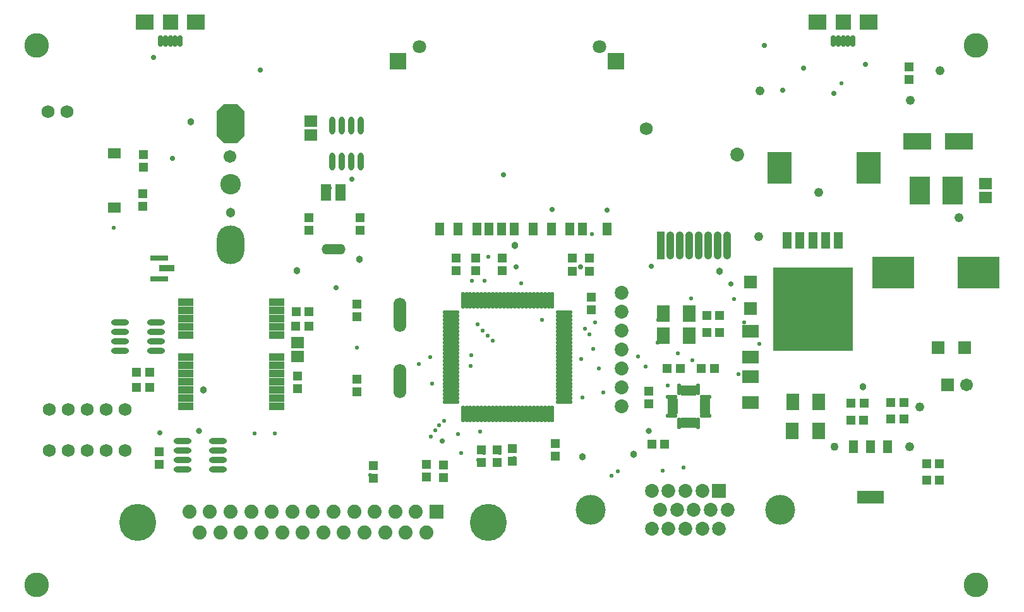
<source format=gts>
G04 Layer_Color=8388736*
%FSLAX25Y25*%
%MOIN*%
G70*
G01*
G75*
%ADD100R,0.09461X0.03162*%
%ADD101R,0.07887X0.03556*%
%ADD102C,0.06800*%
%ADD103R,0.04200X0.14800*%
%ADD104O,0.04200X0.14800*%
%ADD105C,0.07300*%
%ADD106O,0.01981X0.09068*%
%ADD107O,0.09068X0.01981*%
%ADD108R,0.06800X0.06800*%
%ADD109R,0.06800X0.06800*%
%ADD110R,0.10642X0.14973*%
G04:AMPARAMS|DCode=111|XSize=21mil|YSize=58mil|CornerRadius=0mil|HoleSize=0mil|Usage=FLASHONLY|Rotation=270.000|XOffset=0mil|YOffset=0mil|HoleType=Round|Shape=Octagon|*
%AMOCTAGOND111*
4,1,8,0.02900,0.00525,0.02900,-0.00525,0.02375,-0.01050,-0.02375,-0.01050,-0.02900,-0.00525,-0.02900,0.00525,-0.02375,0.01050,0.02375,0.01050,0.02900,0.00525,0.0*
%
%ADD111OCTAGOND111*%

%ADD112R,0.05800X0.02139*%
G04:AMPARAMS|DCode=113|XSize=21.39mil|YSize=58mil|CornerRadius=0mil|HoleSize=0mil|Usage=FLASHONLY|Rotation=270.000|XOffset=0mil|YOffset=0mil|HoleType=Round|Shape=Octagon|*
%AMOCTAGOND113*
4,1,8,0.02900,0.00535,0.02900,-0.00535,0.02365,-0.01069,-0.02365,-0.01069,-0.02900,-0.00535,-0.02900,0.00535,-0.02365,0.01069,0.02365,0.01069,0.02900,0.00535,0.0*
%
%ADD113OCTAGOND113*%

G04:AMPARAMS|DCode=114|XSize=21.39mil|YSize=58mil|CornerRadius=0mil|HoleSize=0mil|Usage=FLASHONLY|Rotation=0.000|XOffset=0mil|YOffset=0mil|HoleType=Round|Shape=Octagon|*
%AMOCTAGOND114*
4,1,8,-0.00535,0.02900,0.00535,0.02900,0.01069,0.02365,0.01069,-0.02365,0.00535,-0.02900,-0.00535,-0.02900,-0.01069,-0.02365,-0.01069,0.02365,-0.00535,0.02900,0.0*
%
%ADD114OCTAGOND114*%

%ADD115R,0.02139X0.05800*%
G04:AMPARAMS|DCode=116|XSize=21mil|YSize=58mil|CornerRadius=0mil|HoleSize=0mil|Usage=FLASHONLY|Rotation=180.000|XOffset=0mil|YOffset=0mil|HoleType=Round|Shape=Octagon|*
%AMOCTAGOND116*
4,1,8,0.00525,-0.02900,-0.00525,-0.02900,-0.01050,-0.02375,-0.01050,0.02375,-0.00525,0.02900,0.00525,0.02900,0.01050,0.02375,0.01050,-0.02375,0.00525,-0.02900,0.0*
%
%ADD116OCTAGOND116*%

%ADD117R,0.05131X0.04737*%
%ADD118R,0.06706X0.05918*%
%ADD119O,0.14579X0.20485*%
G04:AMPARAMS|DCode=120|XSize=145.79mil|YSize=204.85mil|CornerRadius=0mil|HoleSize=0mil|Usage=FLASHONLY|Rotation=180.000|XOffset=0mil|YOffset=0mil|HoleType=Round|Shape=Octagon|*
%AMOCTAGOND120*
4,1,8,0.03645,-0.10243,-0.03645,-0.10243,-0.07290,-0.06598,-0.07290,0.06598,-0.03645,0.10243,0.03645,0.10243,0.07290,0.06598,0.07290,-0.06598,0.03645,-0.10243,0.0*
%
%ADD120OCTAGOND120*%

%ADD121R,0.07887X0.03950*%
%ADD122O,0.06706X0.18123*%
%ADD123O,0.12611X0.05524*%
%ADD124R,0.05524X0.08674*%
%ADD125R,0.06800X0.05800*%
%ADD126R,0.14973X0.08674*%
%ADD127R,0.04737X0.05131*%
%ADD128O,0.09461X0.03162*%
%ADD129O,0.03162X0.09461*%
%ADD130R,0.05131X0.06902*%
%ADD131R,0.05131X0.06902*%
%ADD132R,0.14383X0.06902*%
%ADD133R,0.22453X0.16548*%
%ADD134R,0.12611X0.16548*%
%ADD135R,0.08674X0.08674*%
%ADD136R,0.04737X0.06706*%
%ADD137R,0.04934X0.09068*%
%ADD138R,0.42139X0.44107*%
%ADD139R,0.07887X0.08280*%
%ADD140R,0.09800X0.08280*%
G04:AMPARAMS|DCode=141|XSize=61.15mil|YSize=23.75mil|CornerRadius=0mil|HoleSize=0mil|Usage=FLASHONLY|Rotation=270.000|XOffset=0mil|YOffset=0mil|HoleType=Round|Shape=Octagon|*
%AMOCTAGOND141*
4,1,8,-0.00594,-0.03058,0.00594,-0.03058,0.01187,-0.02464,0.01187,0.02464,0.00594,0.03058,-0.00594,0.03058,-0.01187,0.02464,-0.01187,-0.02464,-0.00594,-0.03058,0.0*
%
%ADD141OCTAGOND141*%

%ADD142R,0.06706X0.08674*%
%ADD143R,0.08674X0.06706*%
%ADD144C,0.07453*%
%ADD145R,0.07453X0.07453*%
%ADD146C,0.19540*%
%ADD147C,0.06800*%
%ADD148C,0.13005*%
%ADD149C,0.05131*%
%ADD150C,0.06706*%
%ADD151C,0.10800*%
%ADD152C,0.07300*%
%ADD153C,0.15800*%
%ADD154R,0.07300X0.07300*%
%ADD155C,0.06706*%
%ADD156R,0.06706X0.06706*%
%ADD157C,0.07099*%
%ADD158C,0.04800*%
%ADD159C,0.02300*%
%ADD160C,0.02800*%
%ADD161C,0.03800*%
%ADD162C,0.04300*%
%ADD163C,0.03300*%
D100*
X58600Y-88400D02*
D03*
Y-77400D02*
D03*
D101*
X62600Y-82900D02*
D03*
D102*
X315800Y-9000D02*
D03*
D103*
X323277Y-70682D02*
D03*
D104*
X328300Y-70800D02*
D03*
X358300D02*
D03*
X353300D02*
D03*
X348300D02*
D03*
X343300D02*
D03*
X338300D02*
D03*
X333300D02*
D03*
D105*
X363600Y-22800D02*
D03*
D106*
X218978Y-99979D02*
D03*
X220947D02*
D03*
X222915D02*
D03*
X224884D02*
D03*
X226852D02*
D03*
X228820D02*
D03*
X230789D02*
D03*
X232757D02*
D03*
X234726D02*
D03*
X236695D02*
D03*
X238663D02*
D03*
X240632D02*
D03*
X242600D02*
D03*
X244568D02*
D03*
X246537D02*
D03*
X248505D02*
D03*
X250474D02*
D03*
X252443D02*
D03*
X254411D02*
D03*
X256380D02*
D03*
X258348D02*
D03*
X260316D02*
D03*
X262285D02*
D03*
X264253D02*
D03*
X266222D02*
D03*
Y-159821D02*
D03*
X264253D02*
D03*
X262285D02*
D03*
X260316D02*
D03*
X258348D02*
D03*
X256380D02*
D03*
X254411D02*
D03*
X252443D02*
D03*
X250474D02*
D03*
X248505D02*
D03*
X246537D02*
D03*
X244568D02*
D03*
X242600D02*
D03*
X240632D02*
D03*
X238663D02*
D03*
X236695D02*
D03*
X234726D02*
D03*
X232757D02*
D03*
X230789D02*
D03*
X228820D02*
D03*
X226852D02*
D03*
X224884D02*
D03*
X222915D02*
D03*
X220947D02*
D03*
X218978D02*
D03*
D107*
X272521Y-106278D02*
D03*
Y-108247D02*
D03*
Y-110215D02*
D03*
Y-112183D02*
D03*
Y-114152D02*
D03*
Y-116121D02*
D03*
Y-118089D02*
D03*
Y-120057D02*
D03*
Y-122026D02*
D03*
Y-123995D02*
D03*
Y-125963D02*
D03*
Y-127931D02*
D03*
Y-129900D02*
D03*
Y-131869D02*
D03*
Y-133837D02*
D03*
Y-135805D02*
D03*
Y-137774D02*
D03*
Y-139743D02*
D03*
Y-141711D02*
D03*
Y-143679D02*
D03*
Y-145648D02*
D03*
Y-147617D02*
D03*
Y-149585D02*
D03*
Y-151553D02*
D03*
Y-153522D02*
D03*
X212679D02*
D03*
Y-151553D02*
D03*
Y-149585D02*
D03*
Y-147617D02*
D03*
Y-145648D02*
D03*
Y-143679D02*
D03*
Y-141711D02*
D03*
Y-139743D02*
D03*
Y-137774D02*
D03*
Y-135805D02*
D03*
Y-133837D02*
D03*
Y-131869D02*
D03*
Y-129900D02*
D03*
Y-127931D02*
D03*
Y-125963D02*
D03*
Y-123995D02*
D03*
Y-122026D02*
D03*
Y-120057D02*
D03*
Y-118089D02*
D03*
Y-116121D02*
D03*
Y-114152D02*
D03*
Y-112183D02*
D03*
Y-110215D02*
D03*
Y-108247D02*
D03*
Y-106278D02*
D03*
D108*
X370600Y-90000D02*
D03*
Y-104000D02*
D03*
D109*
X469600Y-124900D02*
D03*
X483600D02*
D03*
D110*
X459939Y-41900D02*
D03*
X477261D02*
D03*
D111*
X347100Y-160900D02*
D03*
D112*
X346600Y-158900D02*
D03*
Y-156900D02*
D03*
Y-154900D02*
D03*
Y-152900D02*
D03*
X329600D02*
D03*
Y-154900D02*
D03*
Y-156900D02*
D03*
Y-158900D02*
D03*
D113*
X347100Y-150900D02*
D03*
X329100D02*
D03*
Y-160900D02*
D03*
D114*
X343100Y-146900D02*
D03*
X333100D02*
D03*
Y-164900D02*
D03*
D115*
X341100Y-147400D02*
D03*
X339100D02*
D03*
X337100D02*
D03*
X335100D02*
D03*
Y-164400D02*
D03*
X337100D02*
D03*
X339100D02*
D03*
X341100D02*
D03*
D116*
X343100Y-164900D02*
D03*
D117*
X137904Y-105900D02*
D03*
X131211D02*
D03*
X333600Y-135900D02*
D03*
X326907D02*
D03*
X351600D02*
D03*
X344907D02*
D03*
X451600Y-153900D02*
D03*
X444907D02*
D03*
X444900Y-162600D02*
D03*
X451593D02*
D03*
X463600Y-194900D02*
D03*
X470293D02*
D03*
X463800Y-186000D02*
D03*
X470493D02*
D03*
X325400Y-175700D02*
D03*
X318707D02*
D03*
X347600Y-116900D02*
D03*
X354293D02*
D03*
X347600Y-107900D02*
D03*
X354293D02*
D03*
X423900Y-154200D02*
D03*
X430593D02*
D03*
X423700Y-163200D02*
D03*
X430393D02*
D03*
X137600Y-113350D02*
D03*
X130907D02*
D03*
X53600Y-137900D02*
D03*
X46907D02*
D03*
X53600Y-145900D02*
D03*
X46907D02*
D03*
D118*
X138600Y-5160D02*
D03*
Y-12640D02*
D03*
X494600Y-45640D02*
D03*
Y-38160D02*
D03*
X131600Y-122160D02*
D03*
Y-129640D02*
D03*
D119*
X96300Y-70600D02*
D03*
D120*
Y-6600D02*
D03*
D121*
X72600Y-155884D02*
D03*
Y-151553D02*
D03*
Y-147223D02*
D03*
Y-142892D02*
D03*
Y-138561D02*
D03*
Y-134231D02*
D03*
Y-129900D02*
D03*
Y-118089D02*
D03*
Y-113758D02*
D03*
Y-109428D02*
D03*
Y-105097D02*
D03*
Y-100766D02*
D03*
X120600Y-155884D02*
D03*
Y-151553D02*
D03*
Y-147223D02*
D03*
Y-142892D02*
D03*
Y-138561D02*
D03*
Y-134231D02*
D03*
Y-129900D02*
D03*
Y-118089D02*
D03*
Y-113758D02*
D03*
Y-109428D02*
D03*
Y-105097D02*
D03*
Y-100766D02*
D03*
D122*
X185683Y-107549D02*
D03*
X185717Y-142589D02*
D03*
D123*
X150600Y-72900D02*
D03*
D124*
X154537Y-42900D02*
D03*
X146663D02*
D03*
D125*
X35100Y-50750D02*
D03*
Y-22250D02*
D03*
D126*
X480600Y-15900D02*
D03*
X458600D02*
D03*
D127*
X137600Y-62900D02*
D03*
Y-56207D02*
D03*
X164600Y-62900D02*
D03*
Y-56207D02*
D03*
X50400Y-29400D02*
D03*
Y-22707D02*
D03*
X286600Y-104900D02*
D03*
Y-98207D02*
D03*
X267800Y-182200D02*
D03*
Y-175507D02*
D03*
X317200Y-147800D02*
D03*
Y-154493D02*
D03*
X163100Y-108538D02*
D03*
Y-101845D02*
D03*
X454500Y23500D02*
D03*
Y16807D02*
D03*
X163000Y-141600D02*
D03*
Y-148293D02*
D03*
X50000Y-43368D02*
D03*
Y-50061D02*
D03*
X245000Y-184900D02*
D03*
Y-178207D02*
D03*
X237000Y-185400D02*
D03*
Y-178707D02*
D03*
X228700Y-185500D02*
D03*
Y-178807D02*
D03*
X285600Y-84332D02*
D03*
Y-77639D02*
D03*
X276600Y-84332D02*
D03*
Y-77639D02*
D03*
X239600Y-84032D02*
D03*
Y-77339D02*
D03*
X225600Y-84032D02*
D03*
Y-77339D02*
D03*
X215300Y-84200D02*
D03*
Y-77507D02*
D03*
X58600Y-179900D02*
D03*
Y-186593D02*
D03*
X208800Y-193400D02*
D03*
Y-186707D02*
D03*
X199900Y-193300D02*
D03*
Y-186607D02*
D03*
X171600Y-193900D02*
D03*
Y-187207D02*
D03*
X131600Y-139900D02*
D03*
Y-146593D02*
D03*
D128*
X70951Y-174200D02*
D03*
Y-179200D02*
D03*
Y-184200D02*
D03*
Y-189200D02*
D03*
X89849Y-174200D02*
D03*
Y-179200D02*
D03*
Y-184200D02*
D03*
Y-189200D02*
D03*
X57049Y-126400D02*
D03*
Y-121400D02*
D03*
Y-116400D02*
D03*
Y-111400D02*
D03*
X38151Y-126400D02*
D03*
Y-121400D02*
D03*
Y-116400D02*
D03*
Y-111400D02*
D03*
D129*
X165100Y-7451D02*
D03*
X160100D02*
D03*
X155100D02*
D03*
X150100D02*
D03*
X165100Y-26349D02*
D03*
X160100D02*
D03*
X155100D02*
D03*
X150100D02*
D03*
D130*
X443055Y-177113D02*
D03*
D131*
X434000D02*
D03*
X424945D02*
D03*
D132*
X434000Y-203687D02*
D03*
D133*
X446200Y-85300D02*
D03*
X491100D02*
D03*
D134*
X433222Y-29900D02*
D03*
X385978D02*
D03*
D135*
X184600Y26400D02*
D03*
X299600D02*
D03*
D136*
X295175Y-62100D02*
D03*
X232852D02*
D03*
X206671D02*
D03*
X281986D02*
D03*
X275293D02*
D03*
X265765D02*
D03*
X255923D02*
D03*
X246080D02*
D03*
X239348D02*
D03*
X226356D02*
D03*
X216513D02*
D03*
D137*
X410293Y-68266D02*
D03*
X416986D02*
D03*
X403600D02*
D03*
X390214D02*
D03*
X396907D02*
D03*
D138*
X403600Y-104534D02*
D03*
D139*
X419600Y47100D02*
D03*
X64600D02*
D03*
D140*
X433100D02*
D03*
X406100D02*
D03*
X78100D02*
D03*
X51100D02*
D03*
D141*
X414482Y37100D02*
D03*
X417041D02*
D03*
X419600D02*
D03*
X422159D02*
D03*
X424718D02*
D03*
X59482D02*
D03*
X62041D02*
D03*
X64600D02*
D03*
X67159D02*
D03*
X69718D02*
D03*
D142*
X406900Y-153600D02*
D03*
X393121D02*
D03*
X406600Y-168700D02*
D03*
X392821D02*
D03*
X338400Y-118500D02*
D03*
X324621D02*
D03*
X338400Y-106900D02*
D03*
X324621D02*
D03*
D143*
X370600Y-129900D02*
D03*
Y-116121D02*
D03*
Y-153900D02*
D03*
Y-140120D02*
D03*
D144*
X74679Y-211408D02*
D03*
X80115Y-222589D02*
D03*
X85550Y-211408D02*
D03*
X90985Y-222589D02*
D03*
X96420Y-211408D02*
D03*
X101855Y-222589D02*
D03*
X107290Y-211408D02*
D03*
X112725Y-222589D02*
D03*
X118160Y-211408D02*
D03*
X123595Y-222589D02*
D03*
X129030Y-211408D02*
D03*
X134465Y-222589D02*
D03*
X139900Y-211408D02*
D03*
X145335Y-222589D02*
D03*
X150770Y-211408D02*
D03*
X156205Y-222589D02*
D03*
X161640Y-211408D02*
D03*
X167075Y-222589D02*
D03*
X172510Y-211408D02*
D03*
X177945Y-222589D02*
D03*
X183380Y-211408D02*
D03*
X188815Y-222589D02*
D03*
X194250Y-211408D02*
D03*
X199685Y-222589D02*
D03*
D145*
X205120Y-211408D02*
D03*
D146*
X232522Y-216998D02*
D03*
X47278D02*
D03*
D147*
X10000Y0D02*
D03*
X0D02*
D03*
X700Y-157600D02*
D03*
X10700D02*
D03*
X20700D02*
D03*
X30700D02*
D03*
X40700D02*
D03*
X700Y-179253D02*
D03*
X10700D02*
D03*
X20700D02*
D03*
X30700D02*
D03*
X40700D02*
D03*
D148*
X-5876Y34836D02*
D03*
X489789D02*
D03*
Y-250282D02*
D03*
X-5876D02*
D03*
D149*
X96300Y-53364D02*
D03*
D150*
X96202Y-23836D02*
D03*
D151*
X96300Y-38600D02*
D03*
D152*
X358617Y-210400D02*
D03*
X336400Y-200400D02*
D03*
X318684D02*
D03*
X327542D02*
D03*
X345258D02*
D03*
X323183Y-210400D02*
D03*
X332042D02*
D03*
X340900D02*
D03*
X349758D02*
D03*
X318684Y-220400D02*
D03*
X327542D02*
D03*
X336400D02*
D03*
X345258D02*
D03*
X354117D02*
D03*
X302600Y-95900D02*
D03*
Y-105900D02*
D03*
Y-115900D02*
D03*
Y-125900D02*
D03*
Y-135900D02*
D03*
Y-145900D02*
D03*
Y-155900D02*
D03*
D153*
X386400Y-210400D02*
D03*
X286400D02*
D03*
D154*
X354117Y-200400D02*
D03*
D155*
X484700Y-144600D02*
D03*
D156*
X474700D02*
D03*
D157*
X195962Y34117D02*
D03*
X291238D02*
D03*
D158*
X460200Y-156300D02*
D03*
X470900Y21500D02*
D03*
X455200Y5800D02*
D03*
X480900Y-56200D02*
D03*
X375800Y10900D02*
D03*
X375200Y-66300D02*
D03*
X406600Y-42900D02*
D03*
X454913Y-177113D02*
D03*
D159*
X418900Y14800D02*
D03*
X163000Y-124800D02*
D03*
X223600Y-89500D02*
D03*
X202820Y-143679D02*
D03*
X288700Y-111500D02*
D03*
X327000Y-144900D02*
D03*
X260600Y-110200D02*
D03*
X300700Y-190000D02*
D03*
X324300Y-189900D02*
D03*
X335500Y-188200D02*
D03*
X297400Y-192600D02*
D03*
X332500Y-127900D02*
D03*
X340200Y-131500D02*
D03*
X34700Y-61400D02*
D03*
X195600Y-133600D02*
D03*
X232300Y-76800D02*
D03*
X287200Y-64900D02*
D03*
X287100Y-76939D02*
D03*
X201800Y-129900D02*
D03*
X185600Y-114800D02*
D03*
X232200Y-118500D02*
D03*
X234700Y-121200D02*
D03*
X198400Y-192700D02*
D03*
X207600Y-192500D02*
D03*
X170100Y-192100D02*
D03*
X362100Y-99000D02*
D03*
X364500Y-138700D02*
D03*
X367500Y-111500D02*
D03*
X375500Y-122700D02*
D03*
X315500Y-134800D02*
D03*
X282200Y-151200D02*
D03*
X311500Y-129500D02*
D03*
X229500Y-115700D02*
D03*
X226700Y-112500D02*
D03*
X223400Y-128900D02*
D03*
X223200Y-134600D02*
D03*
X109200Y-170100D02*
D03*
X119900Y-170000D02*
D03*
X283400Y-114700D02*
D03*
X285600Y-117900D02*
D03*
X339500Y-98800D02*
D03*
X322100Y-110200D02*
D03*
X321900Y-122000D02*
D03*
X287800Y-125600D02*
D03*
X281500Y-130900D02*
D03*
X290700Y-135900D02*
D03*
X293000Y-148400D02*
D03*
X218200Y-180400D02*
D03*
X246200Y-183100D02*
D03*
X238400Y-180600D02*
D03*
X230000Y-180400D02*
D03*
X227000Y-184000D02*
D03*
X228200Y-169000D02*
D03*
X216500Y-170600D02*
D03*
X209000Y-163500D02*
D03*
X206500Y-165900D02*
D03*
X202000Y-171900D02*
D03*
X204300Y-168400D02*
D03*
X249600Y-90700D02*
D03*
X230300Y-89400D02*
D03*
D160*
X414800Y9600D02*
D03*
X431400Y24800D02*
D03*
X398900Y22800D02*
D03*
X208200Y-174200D02*
D03*
X360500Y-91200D02*
D03*
X295000Y-52000D02*
D03*
X266100Y-51700D02*
D03*
X148300Y-40400D02*
D03*
X160300Y-35700D02*
D03*
X281100Y-82100D02*
D03*
X318400Y-81900D02*
D03*
X247200Y-82100D02*
D03*
X152200Y-93300D02*
D03*
X55600Y28400D02*
D03*
X65800Y-24800D02*
D03*
X112200Y21800D02*
D03*
X387800Y11200D02*
D03*
X378200Y35000D02*
D03*
X240400Y-33600D02*
D03*
X59000Y-169900D02*
D03*
D161*
X282000Y-182400D02*
D03*
X131400Y-84200D02*
D03*
X164500Y-78100D02*
D03*
X354400Y-84600D02*
D03*
X309200Y-181200D02*
D03*
X246300Y-70800D02*
D03*
X430200Y-145400D02*
D03*
X82000Y-147200D02*
D03*
X75500Y-5600D02*
D03*
D162*
X415000Y-177300D02*
D03*
D163*
X317200Y-168800D02*
D03*
X79900D02*
D03*
M02*

</source>
